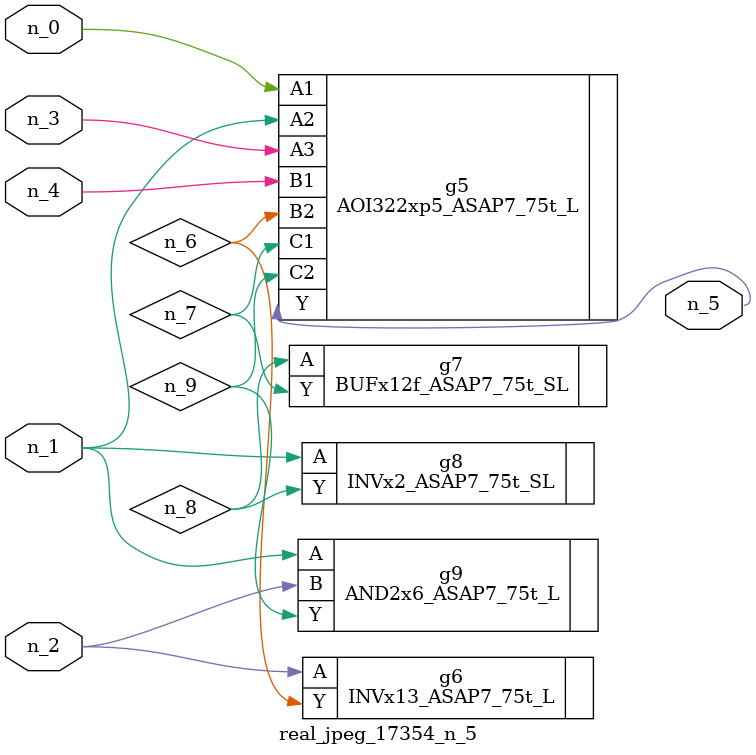
<source format=v>
module real_jpeg_17354_n_5 (n_4, n_0, n_1, n_2, n_3, n_5);

input n_4;
input n_0;
input n_1;
input n_2;
input n_3;

output n_5;

wire n_8;
wire n_6;
wire n_7;
wire n_9;

AOI322xp5_ASAP7_75t_L g5 ( 
.A1(n_0),
.A2(n_1),
.A3(n_3),
.B1(n_4),
.B2(n_6),
.C1(n_7),
.C2(n_9),
.Y(n_5)
);

INVx2_ASAP7_75t_SL g8 ( 
.A(n_1),
.Y(n_8)
);

AND2x6_ASAP7_75t_L g9 ( 
.A(n_1),
.B(n_2),
.Y(n_9)
);

INVx13_ASAP7_75t_L g6 ( 
.A(n_2),
.Y(n_6)
);

BUFx12f_ASAP7_75t_SL g7 ( 
.A(n_8),
.Y(n_7)
);


endmodule
</source>
